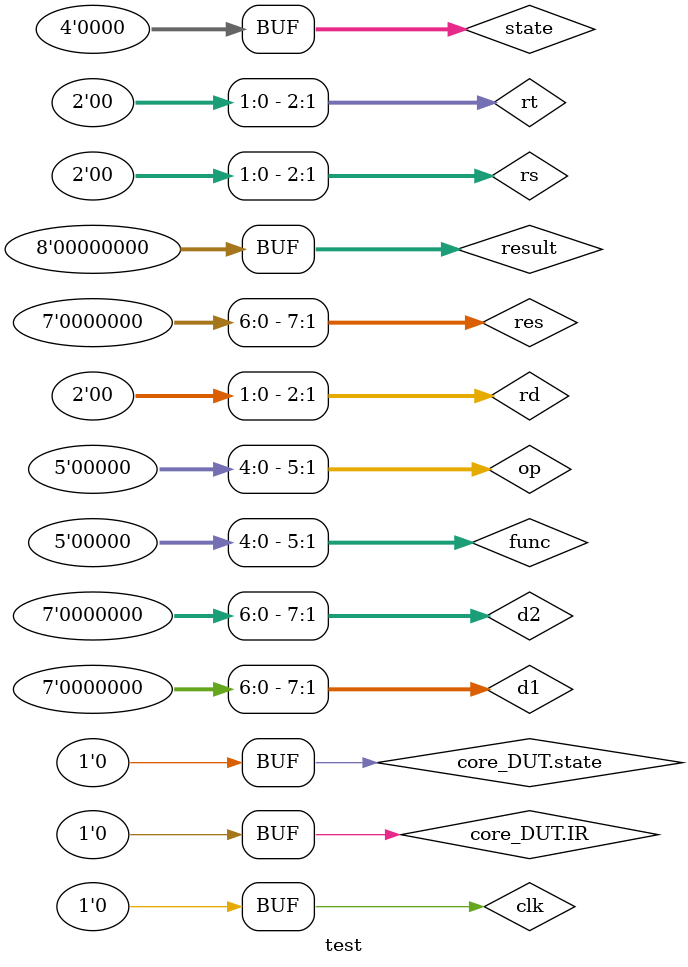
<source format=sv>
module test();
    
    bit clk;
    bit [7:0]result;
    core core_DUT(
        .clk(clk)
    );
    
    bit [5:0]func;
    bit [3:0]state;
    bit [5:0]op;
    bit [2:0]rs;
    bit [2:0]rt;
    bit [2:0]rd;
    bit [7:0]res;
    bit [7:0]d1;
    bit [7:0]d2;
    
    initial begin
        //for this test bench, we just drive the core 
        // and manually insert values into the right locations to make it compute
        clk = 0;
        core_DUT.state = 4;
        core_DUT.REG_DUT.file[1] = 5;
        core_DUT.REG_DUT.file[2] = 10;
        core_DUT.IR = 32'h00221820;//add : r3 = r1 + r2
        for( int i = 0; i < 10; i++ ) begin
            
        rs = core_DUT.rs;
        rt = core_DUT.rt;
        rd = core_DUT.rd;
        op = core_DUT.instr_opcode;
        func = core_DUT.instr_func;
        result = core_DUT.REG_DUT.file[3];
        state = core_DUT.state;
        res = core_DUT.alu_result;
        d1 = core_DUT.alu_data1;
        d2 = core_DUT.alu_data2;
        
        
            #1ps;
            clk = 1;
            #1ps;
            clk = 0;
        rs = core_DUT.rs;
        rt = core_DUT.rt;
        rd = core_DUT.rd;
        op = core_DUT.instr_opcode;
        func = core_DUT.instr_func;
        result = core_DUT.REG_DUT.file[3];
        state = core_DUT.state;
        res = core_DUT.alu_result;
        d1 = core_DUT.alu_data1;
        d2 = core_DUT.alu_data2;
        
        end
    end
    
    /*
    bit [7:0] data1,data2,result;
    bit [3:0] op;
    
    bit [7:0] data_rs,data_rt,data_rd;
    bit [4:0] rs,rt,rd;
    bit rw,clk;
    
    reg_file REG_DUT(
        .clk(clk),
        .rw(rw),
        .RS(rs), .RT(rt), .RD(rd),
        .RS_data(data_rs),
        .RT_data(data_rt),
        .RD_data(data_rd)
    );

    ALU ALU_DUT(
        .reg_1(data1),
        .reg_2(data2),
        .op(op),
        .out(result)
    );

    initial begin
        
        
        rw = 0;
        clk = 0;
        
        for( int i = 0; i < 8; i++ ) begin
            rd = i;
            rs = i;
            for( int j = 0; j < 256; j++ ) begin
                
                rw = 1;//write
                data_rd = j;
                clk = 1;
                #1ps;
                clk = 0;
                #1ps;//read data out
                clk = 1;
                rw = 0;
                #1ps;
                clk = 0;
                #1ps;
                if( ( i && data_rd != data_rs ) || ( !i && data_rs != 0 ) ) begin
                    $display("%d != %d, in register: %d",data_rd,data_rs,i);
                end
            end
        end
        
        for( int i = 0; i < 8; i++ ) begin
            rd = i;
            rt = i;
            for( int j = 0; j < 256; j++ ) begin
                
                rw = 1;//write
                data_rd = j;
                clk = 1;
                #1ps;
                clk = 0;
                #1ps;//read data out
                clk = 1;
                rw = 0;
                #1ps;
                clk = 0;
                #1ps;
                if( ( i && data_rd != data_rt ) || ( !i && data_rt != 0 ) ) begin
                    $display("%d != %d, in register: %d",data_rd,data_rt,i);
                end
            end
            
        end
        
        op = 0;// addition case
        for( int r1 = 0; r1 < 256; r1++ ) begin
            data1 = r1;
            for( int r2 = 0; r2 < 256; r2++ ) begin
                data2 = r2;
                
                #1ps;//small delay just to fit in sim window of 1 u-second
                if( data1 + data2 != result ) begin
                    $display("%d + %d != %d",data1,data2,result);
                    //more error logging here
                end
            end
        
        end
        op = 1;// subtraction case
        for( int r1 = 0; r1 < 256; r1++ ) begin
            data1 = r1;
            for( int r2 = 0; r2 < 256; r2++ ) begin
                data2 = r2;
                
                #1ps;//small delay just to fit in sim window of 1 u-second
                if( data1 - data2 != result ) begin
                    $display("%d - %d != %d",data1,data2,result);
                    //more error logging here
                end
            end
        
        end
        op = 2;// and case
        for( int r1 = 0; r1 < 256; r1++ ) begin
            data1 = r1;
            for( int r2 = 0; r2 < 256; r2++ ) begin
                data2 = r2;
                
                #1ps;//small delay just to fit in sim window of 1 u-second
                if( (data1 & data2) != result ) begin
                    $display("%d & %d != %d",data1,data2,result);
                    //more error logging here
                end
            end
        
        end
        op = 3;// or case
        for( int r1 = 0; r1 < 256; r1++ ) begin
            data1 = r1;
            for( int r2 = 0; r2 < 256; r2++ ) begin
                data2 = r2;
                
                #1ps;//small delay just to fit in sim window of 1 u-second
                if( (data1 | data2) != result ) begin
                    $display("%d | %d != %d",data1,data2,result);
                    //more error logging here
                end
            end
        
        end
        op = 4;// set less than case
        for( int r1 = 0; r1 < 256; r1++ ) begin
            data1 = r1;
            for( int r2 = 0; r2 < 256; r2++ ) begin
                data2 = r2;
                
                #1ps;//small delay just to fit in sim window of 1 u-second
                if( (data1 < data2) != result ) begin//should be signed
                    $display("%d < %d != %d",data1,data2,result);
                    //more error logging here
                end
            end
        
        end
        $finish;
        
    end
    //*/

endmodule
</source>
